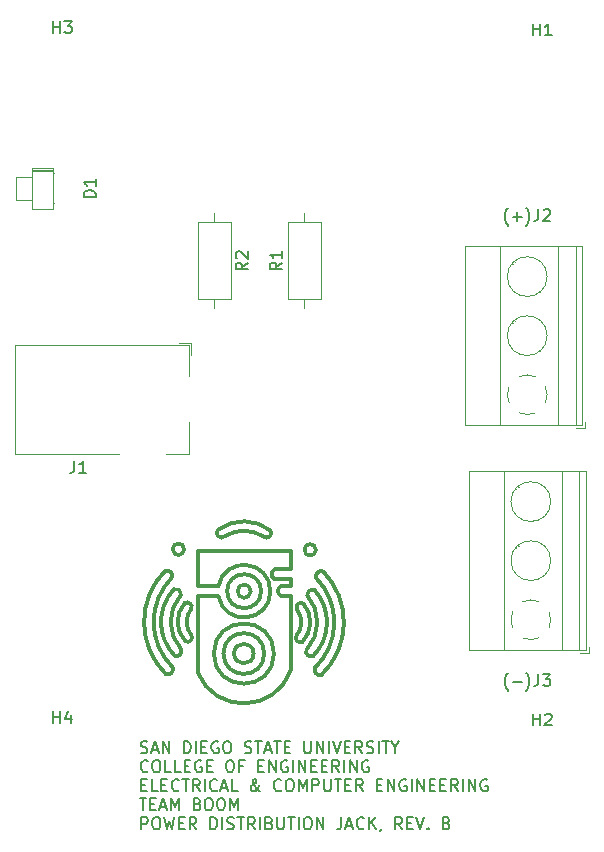
<source format=gbr>
%TF.GenerationSoftware,KiCad,Pcbnew,8.0.6*%
%TF.CreationDate,2024-11-12T22:05:41-08:00*%
%TF.ProjectId,PD Jack_RevA,5044204a-6163-46b5-9f52-6576412e6b69,rev?*%
%TF.SameCoordinates,Original*%
%TF.FileFunction,Legend,Top*%
%TF.FilePolarity,Positive*%
%FSLAX46Y46*%
G04 Gerber Fmt 4.6, Leading zero omitted, Abs format (unit mm)*
G04 Created by KiCad (PCBNEW 8.0.6) date 2024-11-12 22:05:41*
%MOMM*%
%LPD*%
G01*
G04 APERTURE LIST*
%ADD10C,0.300000*%
%ADD11C,0.150000*%
%ADD12C,0.120000*%
G04 APERTURE END LIST*
D10*
X142449292Y-113762788D02*
X143820381Y-113762788D01*
X142449292Y-114595736D02*
G75*
G02*
X142449322Y-113762849I202908J416436D01*
G01*
X137679027Y-115188292D02*
X135929552Y-115188292D01*
X141559879Y-120894364D02*
G75*
G02*
X138113937Y-120894364I-1722971J0D01*
G01*
X138113937Y-120894364D02*
G75*
G02*
X141559879Y-120894364I1722971J0D01*
G01*
X140667709Y-120894364D02*
G75*
G02*
X139006107Y-120894364I-830801J0D01*
G01*
X139006107Y-120894364D02*
G75*
G02*
X140667709Y-120894364I830801J0D01*
G01*
X145933849Y-112111801D02*
G75*
G02*
X144966095Y-112111801I-483877J0D01*
G01*
X144966095Y-112111801D02*
G75*
G02*
X145933849Y-112111801I483877J0D01*
G01*
X133180580Y-113880304D02*
G75*
G02*
X133756377Y-114452434I154920J-419896D01*
G01*
X142383533Y-120894364D02*
G75*
G02*
X137290283Y-120894364I-2546625J0D01*
G01*
X137290283Y-120894364D02*
G75*
G02*
X142383533Y-120894364I2546625J0D01*
G01*
X138224505Y-110953755D02*
G75*
G02*
X137658773Y-110395566I-282905J279055D01*
G01*
X137658791Y-110395584D02*
G75*
G02*
X142082980Y-110468056I2163909J-2977816D01*
G01*
X145198960Y-115947659D02*
G75*
G02*
X145795436Y-115484732I432740J58159D01*
G01*
X135929552Y-112170782D02*
X143820381Y-112170782D01*
X143820381Y-115183266D02*
X142988158Y-115183266D01*
X142449292Y-114595736D02*
X143820381Y-114595736D01*
X135929552Y-122490542D02*
X135929552Y-116037225D01*
X145795438Y-115484728D02*
G75*
G02*
X145693683Y-121119695I-3001498J-2764202D01*
G01*
X144327898Y-117159331D02*
G75*
G02*
X144296542Y-119381338I-1399998J-1091469D01*
G01*
X135390686Y-119342451D02*
G75*
G02*
X135378690Y-117120297I1378514J1118551D01*
G01*
X141293838Y-115612661D02*
G75*
G02*
X138426062Y-115612661I-1433888J0D01*
G01*
X138426062Y-115612661D02*
G75*
G02*
X141293838Y-115612661I1433888J0D01*
G01*
X143820381Y-113762788D02*
X142449292Y-113762788D01*
X144784362Y-119911872D02*
G75*
G02*
X144296508Y-119381308I-168462J334672D01*
G01*
X145198960Y-115947659D02*
G75*
G02*
X145147756Y-120578189I-2614160J-2286641D01*
G01*
X143820381Y-114595736D02*
X143820381Y-115183266D01*
X133925805Y-115432944D02*
G75*
G02*
X134518188Y-115901057I160195J-406156D01*
G01*
X134529041Y-120531844D02*
G75*
G02*
X133978367Y-121068629I-380941J-160056D01*
G01*
X143820381Y-116016214D02*
X143820381Y-122289768D01*
X142082966Y-110468074D02*
G75*
G02*
X141509972Y-110990033I-319066J-225226D01*
G01*
X145693687Y-121119699D02*
G75*
G02*
X145147764Y-120578183I-166487J378099D01*
G01*
X137679027Y-115188292D02*
G75*
G02*
X137679050Y-116037228I2180873J-424408D01*
G01*
X146419415Y-122691634D02*
G75*
G02*
X145856416Y-122106953I-152315J416734D01*
G01*
X142988158Y-116016214D02*
X143820381Y-116016214D01*
X133807095Y-122054366D02*
G75*
G02*
X133238965Y-122634142I-412295J-164234D01*
G01*
X144327898Y-117159331D02*
G75*
G02*
X144876422Y-116659118I344002J173631D01*
G01*
X145973402Y-114505738D02*
G75*
G02*
X145856365Y-122106930I-3832842J-3742482D01*
G01*
X133807095Y-122054366D02*
G75*
G02*
X133756385Y-114452434I3749335J3826146D01*
G01*
X133238969Y-122634131D02*
G75*
G02*
X133180575Y-113880299I4317461J4405911D01*
G01*
X135929552Y-115188292D02*
X135929552Y-112170782D01*
X143820381Y-122289768D02*
G75*
G02*
X135929537Y-122490548I-3983481J1395368D01*
G01*
X146554182Y-113938650D02*
G75*
G02*
X146419411Y-122691630I-4413622J-4309570D01*
G01*
X142449292Y-114595736D02*
X143820381Y-114595736D01*
X144876462Y-116659053D02*
G75*
G02*
X144784353Y-119911864I-1813862J-1576347D01*
G01*
X135390686Y-119342451D02*
G75*
G02*
X134898186Y-119868796I-321086J-193149D01*
G01*
X140418468Y-115612661D02*
G75*
G02*
X139301432Y-115612661I-558518J0D01*
G01*
X139301432Y-115612661D02*
G75*
G02*
X140418468Y-115612661I558518J0D01*
G01*
X134784565Y-112063160D02*
G75*
G02*
X133816811Y-112063160I-483877J0D01*
G01*
X133816811Y-112063160D02*
G75*
G02*
X134784565Y-112063160I483877J0D01*
G01*
X135929552Y-116037225D02*
X137679065Y-116037225D01*
X143820381Y-112170782D02*
X143820381Y-113762788D01*
X134898214Y-119868741D02*
G75*
G02*
X134834537Y-116615275I1736386J1661341D01*
G01*
X134529041Y-120531844D02*
G75*
G02*
X134518217Y-115901058I2583359J2321444D01*
G01*
X133978385Y-121068588D02*
G75*
G02*
X133925801Y-115432941I2924695J2845358D01*
G01*
X134834500Y-116615242D02*
G75*
G02*
X135378660Y-117120278I201600J-328458D01*
G01*
X142988158Y-116016214D02*
G75*
G02*
X142988127Y-115183201I202742J416514D01*
G01*
X145973402Y-114505738D02*
G75*
G02*
X146554174Y-113938671I422098J148638D01*
G01*
X138224505Y-110953755D02*
G75*
G02*
X141509976Y-110990038I1613995J-2620645D01*
G01*
D11*
X131099160Y-129272424D02*
X131242017Y-129320043D01*
X131242017Y-129320043D02*
X131480112Y-129320043D01*
X131480112Y-129320043D02*
X131575350Y-129272424D01*
X131575350Y-129272424D02*
X131622969Y-129224804D01*
X131622969Y-129224804D02*
X131670588Y-129129566D01*
X131670588Y-129129566D02*
X131670588Y-129034328D01*
X131670588Y-129034328D02*
X131622969Y-128939090D01*
X131622969Y-128939090D02*
X131575350Y-128891471D01*
X131575350Y-128891471D02*
X131480112Y-128843852D01*
X131480112Y-128843852D02*
X131289636Y-128796233D01*
X131289636Y-128796233D02*
X131194398Y-128748614D01*
X131194398Y-128748614D02*
X131146779Y-128700995D01*
X131146779Y-128700995D02*
X131099160Y-128605757D01*
X131099160Y-128605757D02*
X131099160Y-128510519D01*
X131099160Y-128510519D02*
X131146779Y-128415281D01*
X131146779Y-128415281D02*
X131194398Y-128367662D01*
X131194398Y-128367662D02*
X131289636Y-128320043D01*
X131289636Y-128320043D02*
X131527731Y-128320043D01*
X131527731Y-128320043D02*
X131670588Y-128367662D01*
X132051541Y-129034328D02*
X132527731Y-129034328D01*
X131956303Y-129320043D02*
X132289636Y-128320043D01*
X132289636Y-128320043D02*
X132622969Y-129320043D01*
X132956303Y-129320043D02*
X132956303Y-128320043D01*
X132956303Y-128320043D02*
X133527731Y-129320043D01*
X133527731Y-129320043D02*
X133527731Y-128320043D01*
X134765827Y-129320043D02*
X134765827Y-128320043D01*
X134765827Y-128320043D02*
X135003922Y-128320043D01*
X135003922Y-128320043D02*
X135146779Y-128367662D01*
X135146779Y-128367662D02*
X135242017Y-128462900D01*
X135242017Y-128462900D02*
X135289636Y-128558138D01*
X135289636Y-128558138D02*
X135337255Y-128748614D01*
X135337255Y-128748614D02*
X135337255Y-128891471D01*
X135337255Y-128891471D02*
X135289636Y-129081947D01*
X135289636Y-129081947D02*
X135242017Y-129177185D01*
X135242017Y-129177185D02*
X135146779Y-129272424D01*
X135146779Y-129272424D02*
X135003922Y-129320043D01*
X135003922Y-129320043D02*
X134765827Y-129320043D01*
X135765827Y-129320043D02*
X135765827Y-128320043D01*
X136242017Y-128796233D02*
X136575350Y-128796233D01*
X136718207Y-129320043D02*
X136242017Y-129320043D01*
X136242017Y-129320043D02*
X136242017Y-128320043D01*
X136242017Y-128320043D02*
X136718207Y-128320043D01*
X137670588Y-128367662D02*
X137575350Y-128320043D01*
X137575350Y-128320043D02*
X137432493Y-128320043D01*
X137432493Y-128320043D02*
X137289636Y-128367662D01*
X137289636Y-128367662D02*
X137194398Y-128462900D01*
X137194398Y-128462900D02*
X137146779Y-128558138D01*
X137146779Y-128558138D02*
X137099160Y-128748614D01*
X137099160Y-128748614D02*
X137099160Y-128891471D01*
X137099160Y-128891471D02*
X137146779Y-129081947D01*
X137146779Y-129081947D02*
X137194398Y-129177185D01*
X137194398Y-129177185D02*
X137289636Y-129272424D01*
X137289636Y-129272424D02*
X137432493Y-129320043D01*
X137432493Y-129320043D02*
X137527731Y-129320043D01*
X137527731Y-129320043D02*
X137670588Y-129272424D01*
X137670588Y-129272424D02*
X137718207Y-129224804D01*
X137718207Y-129224804D02*
X137718207Y-128891471D01*
X137718207Y-128891471D02*
X137527731Y-128891471D01*
X138337255Y-128320043D02*
X138527731Y-128320043D01*
X138527731Y-128320043D02*
X138622969Y-128367662D01*
X138622969Y-128367662D02*
X138718207Y-128462900D01*
X138718207Y-128462900D02*
X138765826Y-128653376D01*
X138765826Y-128653376D02*
X138765826Y-128986709D01*
X138765826Y-128986709D02*
X138718207Y-129177185D01*
X138718207Y-129177185D02*
X138622969Y-129272424D01*
X138622969Y-129272424D02*
X138527731Y-129320043D01*
X138527731Y-129320043D02*
X138337255Y-129320043D01*
X138337255Y-129320043D02*
X138242017Y-129272424D01*
X138242017Y-129272424D02*
X138146779Y-129177185D01*
X138146779Y-129177185D02*
X138099160Y-128986709D01*
X138099160Y-128986709D02*
X138099160Y-128653376D01*
X138099160Y-128653376D02*
X138146779Y-128462900D01*
X138146779Y-128462900D02*
X138242017Y-128367662D01*
X138242017Y-128367662D02*
X138337255Y-128320043D01*
X139908684Y-129272424D02*
X140051541Y-129320043D01*
X140051541Y-129320043D02*
X140289636Y-129320043D01*
X140289636Y-129320043D02*
X140384874Y-129272424D01*
X140384874Y-129272424D02*
X140432493Y-129224804D01*
X140432493Y-129224804D02*
X140480112Y-129129566D01*
X140480112Y-129129566D02*
X140480112Y-129034328D01*
X140480112Y-129034328D02*
X140432493Y-128939090D01*
X140432493Y-128939090D02*
X140384874Y-128891471D01*
X140384874Y-128891471D02*
X140289636Y-128843852D01*
X140289636Y-128843852D02*
X140099160Y-128796233D01*
X140099160Y-128796233D02*
X140003922Y-128748614D01*
X140003922Y-128748614D02*
X139956303Y-128700995D01*
X139956303Y-128700995D02*
X139908684Y-128605757D01*
X139908684Y-128605757D02*
X139908684Y-128510519D01*
X139908684Y-128510519D02*
X139956303Y-128415281D01*
X139956303Y-128415281D02*
X140003922Y-128367662D01*
X140003922Y-128367662D02*
X140099160Y-128320043D01*
X140099160Y-128320043D02*
X140337255Y-128320043D01*
X140337255Y-128320043D02*
X140480112Y-128367662D01*
X140765827Y-128320043D02*
X141337255Y-128320043D01*
X141051541Y-129320043D02*
X141051541Y-128320043D01*
X141622970Y-129034328D02*
X142099160Y-129034328D01*
X141527732Y-129320043D02*
X141861065Y-128320043D01*
X141861065Y-128320043D02*
X142194398Y-129320043D01*
X142384875Y-128320043D02*
X142956303Y-128320043D01*
X142670589Y-129320043D02*
X142670589Y-128320043D01*
X143289637Y-128796233D02*
X143622970Y-128796233D01*
X143765827Y-129320043D02*
X143289637Y-129320043D01*
X143289637Y-129320043D02*
X143289637Y-128320043D01*
X143289637Y-128320043D02*
X143765827Y-128320043D01*
X144956304Y-128320043D02*
X144956304Y-129129566D01*
X144956304Y-129129566D02*
X145003923Y-129224804D01*
X145003923Y-129224804D02*
X145051542Y-129272424D01*
X145051542Y-129272424D02*
X145146780Y-129320043D01*
X145146780Y-129320043D02*
X145337256Y-129320043D01*
X145337256Y-129320043D02*
X145432494Y-129272424D01*
X145432494Y-129272424D02*
X145480113Y-129224804D01*
X145480113Y-129224804D02*
X145527732Y-129129566D01*
X145527732Y-129129566D02*
X145527732Y-128320043D01*
X146003923Y-129320043D02*
X146003923Y-128320043D01*
X146003923Y-128320043D02*
X146575351Y-129320043D01*
X146575351Y-129320043D02*
X146575351Y-128320043D01*
X147051542Y-129320043D02*
X147051542Y-128320043D01*
X147384875Y-128320043D02*
X147718208Y-129320043D01*
X147718208Y-129320043D02*
X148051541Y-128320043D01*
X148384875Y-128796233D02*
X148718208Y-128796233D01*
X148861065Y-129320043D02*
X148384875Y-129320043D01*
X148384875Y-129320043D02*
X148384875Y-128320043D01*
X148384875Y-128320043D02*
X148861065Y-128320043D01*
X149861065Y-129320043D02*
X149527732Y-128843852D01*
X149289637Y-129320043D02*
X149289637Y-128320043D01*
X149289637Y-128320043D02*
X149670589Y-128320043D01*
X149670589Y-128320043D02*
X149765827Y-128367662D01*
X149765827Y-128367662D02*
X149813446Y-128415281D01*
X149813446Y-128415281D02*
X149861065Y-128510519D01*
X149861065Y-128510519D02*
X149861065Y-128653376D01*
X149861065Y-128653376D02*
X149813446Y-128748614D01*
X149813446Y-128748614D02*
X149765827Y-128796233D01*
X149765827Y-128796233D02*
X149670589Y-128843852D01*
X149670589Y-128843852D02*
X149289637Y-128843852D01*
X150242018Y-129272424D02*
X150384875Y-129320043D01*
X150384875Y-129320043D02*
X150622970Y-129320043D01*
X150622970Y-129320043D02*
X150718208Y-129272424D01*
X150718208Y-129272424D02*
X150765827Y-129224804D01*
X150765827Y-129224804D02*
X150813446Y-129129566D01*
X150813446Y-129129566D02*
X150813446Y-129034328D01*
X150813446Y-129034328D02*
X150765827Y-128939090D01*
X150765827Y-128939090D02*
X150718208Y-128891471D01*
X150718208Y-128891471D02*
X150622970Y-128843852D01*
X150622970Y-128843852D02*
X150432494Y-128796233D01*
X150432494Y-128796233D02*
X150337256Y-128748614D01*
X150337256Y-128748614D02*
X150289637Y-128700995D01*
X150289637Y-128700995D02*
X150242018Y-128605757D01*
X150242018Y-128605757D02*
X150242018Y-128510519D01*
X150242018Y-128510519D02*
X150289637Y-128415281D01*
X150289637Y-128415281D02*
X150337256Y-128367662D01*
X150337256Y-128367662D02*
X150432494Y-128320043D01*
X150432494Y-128320043D02*
X150670589Y-128320043D01*
X150670589Y-128320043D02*
X150813446Y-128367662D01*
X151242018Y-129320043D02*
X151242018Y-128320043D01*
X151575351Y-128320043D02*
X152146779Y-128320043D01*
X151861065Y-129320043D02*
X151861065Y-128320043D01*
X152670589Y-128843852D02*
X152670589Y-129320043D01*
X152337256Y-128320043D02*
X152670589Y-128843852D01*
X152670589Y-128843852D02*
X153003922Y-128320043D01*
X131718207Y-130834748D02*
X131670588Y-130882368D01*
X131670588Y-130882368D02*
X131527731Y-130929987D01*
X131527731Y-130929987D02*
X131432493Y-130929987D01*
X131432493Y-130929987D02*
X131289636Y-130882368D01*
X131289636Y-130882368D02*
X131194398Y-130787129D01*
X131194398Y-130787129D02*
X131146779Y-130691891D01*
X131146779Y-130691891D02*
X131099160Y-130501415D01*
X131099160Y-130501415D02*
X131099160Y-130358558D01*
X131099160Y-130358558D02*
X131146779Y-130168082D01*
X131146779Y-130168082D02*
X131194398Y-130072844D01*
X131194398Y-130072844D02*
X131289636Y-129977606D01*
X131289636Y-129977606D02*
X131432493Y-129929987D01*
X131432493Y-129929987D02*
X131527731Y-129929987D01*
X131527731Y-129929987D02*
X131670588Y-129977606D01*
X131670588Y-129977606D02*
X131718207Y-130025225D01*
X132337255Y-129929987D02*
X132527731Y-129929987D01*
X132527731Y-129929987D02*
X132622969Y-129977606D01*
X132622969Y-129977606D02*
X132718207Y-130072844D01*
X132718207Y-130072844D02*
X132765826Y-130263320D01*
X132765826Y-130263320D02*
X132765826Y-130596653D01*
X132765826Y-130596653D02*
X132718207Y-130787129D01*
X132718207Y-130787129D02*
X132622969Y-130882368D01*
X132622969Y-130882368D02*
X132527731Y-130929987D01*
X132527731Y-130929987D02*
X132337255Y-130929987D01*
X132337255Y-130929987D02*
X132242017Y-130882368D01*
X132242017Y-130882368D02*
X132146779Y-130787129D01*
X132146779Y-130787129D02*
X132099160Y-130596653D01*
X132099160Y-130596653D02*
X132099160Y-130263320D01*
X132099160Y-130263320D02*
X132146779Y-130072844D01*
X132146779Y-130072844D02*
X132242017Y-129977606D01*
X132242017Y-129977606D02*
X132337255Y-129929987D01*
X133670588Y-130929987D02*
X133194398Y-130929987D01*
X133194398Y-130929987D02*
X133194398Y-129929987D01*
X134480112Y-130929987D02*
X134003922Y-130929987D01*
X134003922Y-130929987D02*
X134003922Y-129929987D01*
X134813446Y-130406177D02*
X135146779Y-130406177D01*
X135289636Y-130929987D02*
X134813446Y-130929987D01*
X134813446Y-130929987D02*
X134813446Y-129929987D01*
X134813446Y-129929987D02*
X135289636Y-129929987D01*
X136242017Y-129977606D02*
X136146779Y-129929987D01*
X136146779Y-129929987D02*
X136003922Y-129929987D01*
X136003922Y-129929987D02*
X135861065Y-129977606D01*
X135861065Y-129977606D02*
X135765827Y-130072844D01*
X135765827Y-130072844D02*
X135718208Y-130168082D01*
X135718208Y-130168082D02*
X135670589Y-130358558D01*
X135670589Y-130358558D02*
X135670589Y-130501415D01*
X135670589Y-130501415D02*
X135718208Y-130691891D01*
X135718208Y-130691891D02*
X135765827Y-130787129D01*
X135765827Y-130787129D02*
X135861065Y-130882368D01*
X135861065Y-130882368D02*
X136003922Y-130929987D01*
X136003922Y-130929987D02*
X136099160Y-130929987D01*
X136099160Y-130929987D02*
X136242017Y-130882368D01*
X136242017Y-130882368D02*
X136289636Y-130834748D01*
X136289636Y-130834748D02*
X136289636Y-130501415D01*
X136289636Y-130501415D02*
X136099160Y-130501415D01*
X136718208Y-130406177D02*
X137051541Y-130406177D01*
X137194398Y-130929987D02*
X136718208Y-130929987D01*
X136718208Y-130929987D02*
X136718208Y-129929987D01*
X136718208Y-129929987D02*
X137194398Y-129929987D01*
X138575351Y-129929987D02*
X138765827Y-129929987D01*
X138765827Y-129929987D02*
X138861065Y-129977606D01*
X138861065Y-129977606D02*
X138956303Y-130072844D01*
X138956303Y-130072844D02*
X139003922Y-130263320D01*
X139003922Y-130263320D02*
X139003922Y-130596653D01*
X139003922Y-130596653D02*
X138956303Y-130787129D01*
X138956303Y-130787129D02*
X138861065Y-130882368D01*
X138861065Y-130882368D02*
X138765827Y-130929987D01*
X138765827Y-130929987D02*
X138575351Y-130929987D01*
X138575351Y-130929987D02*
X138480113Y-130882368D01*
X138480113Y-130882368D02*
X138384875Y-130787129D01*
X138384875Y-130787129D02*
X138337256Y-130596653D01*
X138337256Y-130596653D02*
X138337256Y-130263320D01*
X138337256Y-130263320D02*
X138384875Y-130072844D01*
X138384875Y-130072844D02*
X138480113Y-129977606D01*
X138480113Y-129977606D02*
X138575351Y-129929987D01*
X139765827Y-130406177D02*
X139432494Y-130406177D01*
X139432494Y-130929987D02*
X139432494Y-129929987D01*
X139432494Y-129929987D02*
X139908684Y-129929987D01*
X141051542Y-130406177D02*
X141384875Y-130406177D01*
X141527732Y-130929987D02*
X141051542Y-130929987D01*
X141051542Y-130929987D02*
X141051542Y-129929987D01*
X141051542Y-129929987D02*
X141527732Y-129929987D01*
X141956304Y-130929987D02*
X141956304Y-129929987D01*
X141956304Y-129929987D02*
X142527732Y-130929987D01*
X142527732Y-130929987D02*
X142527732Y-129929987D01*
X143527732Y-129977606D02*
X143432494Y-129929987D01*
X143432494Y-129929987D02*
X143289637Y-129929987D01*
X143289637Y-129929987D02*
X143146780Y-129977606D01*
X143146780Y-129977606D02*
X143051542Y-130072844D01*
X143051542Y-130072844D02*
X143003923Y-130168082D01*
X143003923Y-130168082D02*
X142956304Y-130358558D01*
X142956304Y-130358558D02*
X142956304Y-130501415D01*
X142956304Y-130501415D02*
X143003923Y-130691891D01*
X143003923Y-130691891D02*
X143051542Y-130787129D01*
X143051542Y-130787129D02*
X143146780Y-130882368D01*
X143146780Y-130882368D02*
X143289637Y-130929987D01*
X143289637Y-130929987D02*
X143384875Y-130929987D01*
X143384875Y-130929987D02*
X143527732Y-130882368D01*
X143527732Y-130882368D02*
X143575351Y-130834748D01*
X143575351Y-130834748D02*
X143575351Y-130501415D01*
X143575351Y-130501415D02*
X143384875Y-130501415D01*
X144003923Y-130929987D02*
X144003923Y-129929987D01*
X144480113Y-130929987D02*
X144480113Y-129929987D01*
X144480113Y-129929987D02*
X145051541Y-130929987D01*
X145051541Y-130929987D02*
X145051541Y-129929987D01*
X145527732Y-130406177D02*
X145861065Y-130406177D01*
X146003922Y-130929987D02*
X145527732Y-130929987D01*
X145527732Y-130929987D02*
X145527732Y-129929987D01*
X145527732Y-129929987D02*
X146003922Y-129929987D01*
X146432494Y-130406177D02*
X146765827Y-130406177D01*
X146908684Y-130929987D02*
X146432494Y-130929987D01*
X146432494Y-130929987D02*
X146432494Y-129929987D01*
X146432494Y-129929987D02*
X146908684Y-129929987D01*
X147908684Y-130929987D02*
X147575351Y-130453796D01*
X147337256Y-130929987D02*
X147337256Y-129929987D01*
X147337256Y-129929987D02*
X147718208Y-129929987D01*
X147718208Y-129929987D02*
X147813446Y-129977606D01*
X147813446Y-129977606D02*
X147861065Y-130025225D01*
X147861065Y-130025225D02*
X147908684Y-130120463D01*
X147908684Y-130120463D02*
X147908684Y-130263320D01*
X147908684Y-130263320D02*
X147861065Y-130358558D01*
X147861065Y-130358558D02*
X147813446Y-130406177D01*
X147813446Y-130406177D02*
X147718208Y-130453796D01*
X147718208Y-130453796D02*
X147337256Y-130453796D01*
X148337256Y-130929987D02*
X148337256Y-129929987D01*
X148813446Y-130929987D02*
X148813446Y-129929987D01*
X148813446Y-129929987D02*
X149384874Y-130929987D01*
X149384874Y-130929987D02*
X149384874Y-129929987D01*
X150384874Y-129977606D02*
X150289636Y-129929987D01*
X150289636Y-129929987D02*
X150146779Y-129929987D01*
X150146779Y-129929987D02*
X150003922Y-129977606D01*
X150003922Y-129977606D02*
X149908684Y-130072844D01*
X149908684Y-130072844D02*
X149861065Y-130168082D01*
X149861065Y-130168082D02*
X149813446Y-130358558D01*
X149813446Y-130358558D02*
X149813446Y-130501415D01*
X149813446Y-130501415D02*
X149861065Y-130691891D01*
X149861065Y-130691891D02*
X149908684Y-130787129D01*
X149908684Y-130787129D02*
X150003922Y-130882368D01*
X150003922Y-130882368D02*
X150146779Y-130929987D01*
X150146779Y-130929987D02*
X150242017Y-130929987D01*
X150242017Y-130929987D02*
X150384874Y-130882368D01*
X150384874Y-130882368D02*
X150432493Y-130834748D01*
X150432493Y-130834748D02*
X150432493Y-130501415D01*
X150432493Y-130501415D02*
X150242017Y-130501415D01*
X131146779Y-132016121D02*
X131480112Y-132016121D01*
X131622969Y-132539931D02*
X131146779Y-132539931D01*
X131146779Y-132539931D02*
X131146779Y-131539931D01*
X131146779Y-131539931D02*
X131622969Y-131539931D01*
X132527731Y-132539931D02*
X132051541Y-132539931D01*
X132051541Y-132539931D02*
X132051541Y-131539931D01*
X132861065Y-132016121D02*
X133194398Y-132016121D01*
X133337255Y-132539931D02*
X132861065Y-132539931D01*
X132861065Y-132539931D02*
X132861065Y-131539931D01*
X132861065Y-131539931D02*
X133337255Y-131539931D01*
X134337255Y-132444692D02*
X134289636Y-132492312D01*
X134289636Y-132492312D02*
X134146779Y-132539931D01*
X134146779Y-132539931D02*
X134051541Y-132539931D01*
X134051541Y-132539931D02*
X133908684Y-132492312D01*
X133908684Y-132492312D02*
X133813446Y-132397073D01*
X133813446Y-132397073D02*
X133765827Y-132301835D01*
X133765827Y-132301835D02*
X133718208Y-132111359D01*
X133718208Y-132111359D02*
X133718208Y-131968502D01*
X133718208Y-131968502D02*
X133765827Y-131778026D01*
X133765827Y-131778026D02*
X133813446Y-131682788D01*
X133813446Y-131682788D02*
X133908684Y-131587550D01*
X133908684Y-131587550D02*
X134051541Y-131539931D01*
X134051541Y-131539931D02*
X134146779Y-131539931D01*
X134146779Y-131539931D02*
X134289636Y-131587550D01*
X134289636Y-131587550D02*
X134337255Y-131635169D01*
X134622970Y-131539931D02*
X135194398Y-131539931D01*
X134908684Y-132539931D02*
X134908684Y-131539931D01*
X136099160Y-132539931D02*
X135765827Y-132063740D01*
X135527732Y-132539931D02*
X135527732Y-131539931D01*
X135527732Y-131539931D02*
X135908684Y-131539931D01*
X135908684Y-131539931D02*
X136003922Y-131587550D01*
X136003922Y-131587550D02*
X136051541Y-131635169D01*
X136051541Y-131635169D02*
X136099160Y-131730407D01*
X136099160Y-131730407D02*
X136099160Y-131873264D01*
X136099160Y-131873264D02*
X136051541Y-131968502D01*
X136051541Y-131968502D02*
X136003922Y-132016121D01*
X136003922Y-132016121D02*
X135908684Y-132063740D01*
X135908684Y-132063740D02*
X135527732Y-132063740D01*
X136527732Y-132539931D02*
X136527732Y-131539931D01*
X137575350Y-132444692D02*
X137527731Y-132492312D01*
X137527731Y-132492312D02*
X137384874Y-132539931D01*
X137384874Y-132539931D02*
X137289636Y-132539931D01*
X137289636Y-132539931D02*
X137146779Y-132492312D01*
X137146779Y-132492312D02*
X137051541Y-132397073D01*
X137051541Y-132397073D02*
X137003922Y-132301835D01*
X137003922Y-132301835D02*
X136956303Y-132111359D01*
X136956303Y-132111359D02*
X136956303Y-131968502D01*
X136956303Y-131968502D02*
X137003922Y-131778026D01*
X137003922Y-131778026D02*
X137051541Y-131682788D01*
X137051541Y-131682788D02*
X137146779Y-131587550D01*
X137146779Y-131587550D02*
X137289636Y-131539931D01*
X137289636Y-131539931D02*
X137384874Y-131539931D01*
X137384874Y-131539931D02*
X137527731Y-131587550D01*
X137527731Y-131587550D02*
X137575350Y-131635169D01*
X137956303Y-132254216D02*
X138432493Y-132254216D01*
X137861065Y-132539931D02*
X138194398Y-131539931D01*
X138194398Y-131539931D02*
X138527731Y-132539931D01*
X139337255Y-132539931D02*
X138861065Y-132539931D01*
X138861065Y-132539931D02*
X138861065Y-131539931D01*
X141242018Y-132539931D02*
X141194399Y-132539931D01*
X141194399Y-132539931D02*
X141099160Y-132492312D01*
X141099160Y-132492312D02*
X140956303Y-132349454D01*
X140956303Y-132349454D02*
X140718208Y-132063740D01*
X140718208Y-132063740D02*
X140622970Y-131920883D01*
X140622970Y-131920883D02*
X140575351Y-131778026D01*
X140575351Y-131778026D02*
X140575351Y-131682788D01*
X140575351Y-131682788D02*
X140622970Y-131587550D01*
X140622970Y-131587550D02*
X140718208Y-131539931D01*
X140718208Y-131539931D02*
X140765827Y-131539931D01*
X140765827Y-131539931D02*
X140861065Y-131587550D01*
X140861065Y-131587550D02*
X140908684Y-131682788D01*
X140908684Y-131682788D02*
X140908684Y-131730407D01*
X140908684Y-131730407D02*
X140861065Y-131825645D01*
X140861065Y-131825645D02*
X140813446Y-131873264D01*
X140813446Y-131873264D02*
X140527732Y-132063740D01*
X140527732Y-132063740D02*
X140480113Y-132111359D01*
X140480113Y-132111359D02*
X140432494Y-132206597D01*
X140432494Y-132206597D02*
X140432494Y-132349454D01*
X140432494Y-132349454D02*
X140480113Y-132444692D01*
X140480113Y-132444692D02*
X140527732Y-132492312D01*
X140527732Y-132492312D02*
X140622970Y-132539931D01*
X140622970Y-132539931D02*
X140765827Y-132539931D01*
X140765827Y-132539931D02*
X140861065Y-132492312D01*
X140861065Y-132492312D02*
X140908684Y-132444692D01*
X140908684Y-132444692D02*
X141051541Y-132254216D01*
X141051541Y-132254216D02*
X141099160Y-132111359D01*
X141099160Y-132111359D02*
X141099160Y-132016121D01*
X143003922Y-132444692D02*
X142956303Y-132492312D01*
X142956303Y-132492312D02*
X142813446Y-132539931D01*
X142813446Y-132539931D02*
X142718208Y-132539931D01*
X142718208Y-132539931D02*
X142575351Y-132492312D01*
X142575351Y-132492312D02*
X142480113Y-132397073D01*
X142480113Y-132397073D02*
X142432494Y-132301835D01*
X142432494Y-132301835D02*
X142384875Y-132111359D01*
X142384875Y-132111359D02*
X142384875Y-131968502D01*
X142384875Y-131968502D02*
X142432494Y-131778026D01*
X142432494Y-131778026D02*
X142480113Y-131682788D01*
X142480113Y-131682788D02*
X142575351Y-131587550D01*
X142575351Y-131587550D02*
X142718208Y-131539931D01*
X142718208Y-131539931D02*
X142813446Y-131539931D01*
X142813446Y-131539931D02*
X142956303Y-131587550D01*
X142956303Y-131587550D02*
X143003922Y-131635169D01*
X143622970Y-131539931D02*
X143813446Y-131539931D01*
X143813446Y-131539931D02*
X143908684Y-131587550D01*
X143908684Y-131587550D02*
X144003922Y-131682788D01*
X144003922Y-131682788D02*
X144051541Y-131873264D01*
X144051541Y-131873264D02*
X144051541Y-132206597D01*
X144051541Y-132206597D02*
X144003922Y-132397073D01*
X144003922Y-132397073D02*
X143908684Y-132492312D01*
X143908684Y-132492312D02*
X143813446Y-132539931D01*
X143813446Y-132539931D02*
X143622970Y-132539931D01*
X143622970Y-132539931D02*
X143527732Y-132492312D01*
X143527732Y-132492312D02*
X143432494Y-132397073D01*
X143432494Y-132397073D02*
X143384875Y-132206597D01*
X143384875Y-132206597D02*
X143384875Y-131873264D01*
X143384875Y-131873264D02*
X143432494Y-131682788D01*
X143432494Y-131682788D02*
X143527732Y-131587550D01*
X143527732Y-131587550D02*
X143622970Y-131539931D01*
X144480113Y-132539931D02*
X144480113Y-131539931D01*
X144480113Y-131539931D02*
X144813446Y-132254216D01*
X144813446Y-132254216D02*
X145146779Y-131539931D01*
X145146779Y-131539931D02*
X145146779Y-132539931D01*
X145622970Y-132539931D02*
X145622970Y-131539931D01*
X145622970Y-131539931D02*
X146003922Y-131539931D01*
X146003922Y-131539931D02*
X146099160Y-131587550D01*
X146099160Y-131587550D02*
X146146779Y-131635169D01*
X146146779Y-131635169D02*
X146194398Y-131730407D01*
X146194398Y-131730407D02*
X146194398Y-131873264D01*
X146194398Y-131873264D02*
X146146779Y-131968502D01*
X146146779Y-131968502D02*
X146099160Y-132016121D01*
X146099160Y-132016121D02*
X146003922Y-132063740D01*
X146003922Y-132063740D02*
X145622970Y-132063740D01*
X146622970Y-131539931D02*
X146622970Y-132349454D01*
X146622970Y-132349454D02*
X146670589Y-132444692D01*
X146670589Y-132444692D02*
X146718208Y-132492312D01*
X146718208Y-132492312D02*
X146813446Y-132539931D01*
X146813446Y-132539931D02*
X147003922Y-132539931D01*
X147003922Y-132539931D02*
X147099160Y-132492312D01*
X147099160Y-132492312D02*
X147146779Y-132444692D01*
X147146779Y-132444692D02*
X147194398Y-132349454D01*
X147194398Y-132349454D02*
X147194398Y-131539931D01*
X147527732Y-131539931D02*
X148099160Y-131539931D01*
X147813446Y-132539931D02*
X147813446Y-131539931D01*
X148432494Y-132016121D02*
X148765827Y-132016121D01*
X148908684Y-132539931D02*
X148432494Y-132539931D01*
X148432494Y-132539931D02*
X148432494Y-131539931D01*
X148432494Y-131539931D02*
X148908684Y-131539931D01*
X149908684Y-132539931D02*
X149575351Y-132063740D01*
X149337256Y-132539931D02*
X149337256Y-131539931D01*
X149337256Y-131539931D02*
X149718208Y-131539931D01*
X149718208Y-131539931D02*
X149813446Y-131587550D01*
X149813446Y-131587550D02*
X149861065Y-131635169D01*
X149861065Y-131635169D02*
X149908684Y-131730407D01*
X149908684Y-131730407D02*
X149908684Y-131873264D01*
X149908684Y-131873264D02*
X149861065Y-131968502D01*
X149861065Y-131968502D02*
X149813446Y-132016121D01*
X149813446Y-132016121D02*
X149718208Y-132063740D01*
X149718208Y-132063740D02*
X149337256Y-132063740D01*
X151099161Y-132016121D02*
X151432494Y-132016121D01*
X151575351Y-132539931D02*
X151099161Y-132539931D01*
X151099161Y-132539931D02*
X151099161Y-131539931D01*
X151099161Y-131539931D02*
X151575351Y-131539931D01*
X152003923Y-132539931D02*
X152003923Y-131539931D01*
X152003923Y-131539931D02*
X152575351Y-132539931D01*
X152575351Y-132539931D02*
X152575351Y-131539931D01*
X153575351Y-131587550D02*
X153480113Y-131539931D01*
X153480113Y-131539931D02*
X153337256Y-131539931D01*
X153337256Y-131539931D02*
X153194399Y-131587550D01*
X153194399Y-131587550D02*
X153099161Y-131682788D01*
X153099161Y-131682788D02*
X153051542Y-131778026D01*
X153051542Y-131778026D02*
X153003923Y-131968502D01*
X153003923Y-131968502D02*
X153003923Y-132111359D01*
X153003923Y-132111359D02*
X153051542Y-132301835D01*
X153051542Y-132301835D02*
X153099161Y-132397073D01*
X153099161Y-132397073D02*
X153194399Y-132492312D01*
X153194399Y-132492312D02*
X153337256Y-132539931D01*
X153337256Y-132539931D02*
X153432494Y-132539931D01*
X153432494Y-132539931D02*
X153575351Y-132492312D01*
X153575351Y-132492312D02*
X153622970Y-132444692D01*
X153622970Y-132444692D02*
X153622970Y-132111359D01*
X153622970Y-132111359D02*
X153432494Y-132111359D01*
X154051542Y-132539931D02*
X154051542Y-131539931D01*
X154527732Y-132539931D02*
X154527732Y-131539931D01*
X154527732Y-131539931D02*
X155099160Y-132539931D01*
X155099160Y-132539931D02*
X155099160Y-131539931D01*
X155575351Y-132016121D02*
X155908684Y-132016121D01*
X156051541Y-132539931D02*
X155575351Y-132539931D01*
X155575351Y-132539931D02*
X155575351Y-131539931D01*
X155575351Y-131539931D02*
X156051541Y-131539931D01*
X156480113Y-132016121D02*
X156813446Y-132016121D01*
X156956303Y-132539931D02*
X156480113Y-132539931D01*
X156480113Y-132539931D02*
X156480113Y-131539931D01*
X156480113Y-131539931D02*
X156956303Y-131539931D01*
X157956303Y-132539931D02*
X157622970Y-132063740D01*
X157384875Y-132539931D02*
X157384875Y-131539931D01*
X157384875Y-131539931D02*
X157765827Y-131539931D01*
X157765827Y-131539931D02*
X157861065Y-131587550D01*
X157861065Y-131587550D02*
X157908684Y-131635169D01*
X157908684Y-131635169D02*
X157956303Y-131730407D01*
X157956303Y-131730407D02*
X157956303Y-131873264D01*
X157956303Y-131873264D02*
X157908684Y-131968502D01*
X157908684Y-131968502D02*
X157861065Y-132016121D01*
X157861065Y-132016121D02*
X157765827Y-132063740D01*
X157765827Y-132063740D02*
X157384875Y-132063740D01*
X158384875Y-132539931D02*
X158384875Y-131539931D01*
X158861065Y-132539931D02*
X158861065Y-131539931D01*
X158861065Y-131539931D02*
X159432493Y-132539931D01*
X159432493Y-132539931D02*
X159432493Y-131539931D01*
X160432493Y-131587550D02*
X160337255Y-131539931D01*
X160337255Y-131539931D02*
X160194398Y-131539931D01*
X160194398Y-131539931D02*
X160051541Y-131587550D01*
X160051541Y-131587550D02*
X159956303Y-131682788D01*
X159956303Y-131682788D02*
X159908684Y-131778026D01*
X159908684Y-131778026D02*
X159861065Y-131968502D01*
X159861065Y-131968502D02*
X159861065Y-132111359D01*
X159861065Y-132111359D02*
X159908684Y-132301835D01*
X159908684Y-132301835D02*
X159956303Y-132397073D01*
X159956303Y-132397073D02*
X160051541Y-132492312D01*
X160051541Y-132492312D02*
X160194398Y-132539931D01*
X160194398Y-132539931D02*
X160289636Y-132539931D01*
X160289636Y-132539931D02*
X160432493Y-132492312D01*
X160432493Y-132492312D02*
X160480112Y-132444692D01*
X160480112Y-132444692D02*
X160480112Y-132111359D01*
X160480112Y-132111359D02*
X160289636Y-132111359D01*
X131003922Y-133149875D02*
X131575350Y-133149875D01*
X131289636Y-134149875D02*
X131289636Y-133149875D01*
X131908684Y-133626065D02*
X132242017Y-133626065D01*
X132384874Y-134149875D02*
X131908684Y-134149875D01*
X131908684Y-134149875D02*
X131908684Y-133149875D01*
X131908684Y-133149875D02*
X132384874Y-133149875D01*
X132765827Y-133864160D02*
X133242017Y-133864160D01*
X132670589Y-134149875D02*
X133003922Y-133149875D01*
X133003922Y-133149875D02*
X133337255Y-134149875D01*
X133670589Y-134149875D02*
X133670589Y-133149875D01*
X133670589Y-133149875D02*
X134003922Y-133864160D01*
X134003922Y-133864160D02*
X134337255Y-133149875D01*
X134337255Y-133149875D02*
X134337255Y-134149875D01*
X135908684Y-133626065D02*
X136051541Y-133673684D01*
X136051541Y-133673684D02*
X136099160Y-133721303D01*
X136099160Y-133721303D02*
X136146779Y-133816541D01*
X136146779Y-133816541D02*
X136146779Y-133959398D01*
X136146779Y-133959398D02*
X136099160Y-134054636D01*
X136099160Y-134054636D02*
X136051541Y-134102256D01*
X136051541Y-134102256D02*
X135956303Y-134149875D01*
X135956303Y-134149875D02*
X135575351Y-134149875D01*
X135575351Y-134149875D02*
X135575351Y-133149875D01*
X135575351Y-133149875D02*
X135908684Y-133149875D01*
X135908684Y-133149875D02*
X136003922Y-133197494D01*
X136003922Y-133197494D02*
X136051541Y-133245113D01*
X136051541Y-133245113D02*
X136099160Y-133340351D01*
X136099160Y-133340351D02*
X136099160Y-133435589D01*
X136099160Y-133435589D02*
X136051541Y-133530827D01*
X136051541Y-133530827D02*
X136003922Y-133578446D01*
X136003922Y-133578446D02*
X135908684Y-133626065D01*
X135908684Y-133626065D02*
X135575351Y-133626065D01*
X136765827Y-133149875D02*
X136956303Y-133149875D01*
X136956303Y-133149875D02*
X137051541Y-133197494D01*
X137051541Y-133197494D02*
X137146779Y-133292732D01*
X137146779Y-133292732D02*
X137194398Y-133483208D01*
X137194398Y-133483208D02*
X137194398Y-133816541D01*
X137194398Y-133816541D02*
X137146779Y-134007017D01*
X137146779Y-134007017D02*
X137051541Y-134102256D01*
X137051541Y-134102256D02*
X136956303Y-134149875D01*
X136956303Y-134149875D02*
X136765827Y-134149875D01*
X136765827Y-134149875D02*
X136670589Y-134102256D01*
X136670589Y-134102256D02*
X136575351Y-134007017D01*
X136575351Y-134007017D02*
X136527732Y-133816541D01*
X136527732Y-133816541D02*
X136527732Y-133483208D01*
X136527732Y-133483208D02*
X136575351Y-133292732D01*
X136575351Y-133292732D02*
X136670589Y-133197494D01*
X136670589Y-133197494D02*
X136765827Y-133149875D01*
X137813446Y-133149875D02*
X138003922Y-133149875D01*
X138003922Y-133149875D02*
X138099160Y-133197494D01*
X138099160Y-133197494D02*
X138194398Y-133292732D01*
X138194398Y-133292732D02*
X138242017Y-133483208D01*
X138242017Y-133483208D02*
X138242017Y-133816541D01*
X138242017Y-133816541D02*
X138194398Y-134007017D01*
X138194398Y-134007017D02*
X138099160Y-134102256D01*
X138099160Y-134102256D02*
X138003922Y-134149875D01*
X138003922Y-134149875D02*
X137813446Y-134149875D01*
X137813446Y-134149875D02*
X137718208Y-134102256D01*
X137718208Y-134102256D02*
X137622970Y-134007017D01*
X137622970Y-134007017D02*
X137575351Y-133816541D01*
X137575351Y-133816541D02*
X137575351Y-133483208D01*
X137575351Y-133483208D02*
X137622970Y-133292732D01*
X137622970Y-133292732D02*
X137718208Y-133197494D01*
X137718208Y-133197494D02*
X137813446Y-133149875D01*
X138670589Y-134149875D02*
X138670589Y-133149875D01*
X138670589Y-133149875D02*
X139003922Y-133864160D01*
X139003922Y-133864160D02*
X139337255Y-133149875D01*
X139337255Y-133149875D02*
X139337255Y-134149875D01*
X131146779Y-135759819D02*
X131146779Y-134759819D01*
X131146779Y-134759819D02*
X131527731Y-134759819D01*
X131527731Y-134759819D02*
X131622969Y-134807438D01*
X131622969Y-134807438D02*
X131670588Y-134855057D01*
X131670588Y-134855057D02*
X131718207Y-134950295D01*
X131718207Y-134950295D02*
X131718207Y-135093152D01*
X131718207Y-135093152D02*
X131670588Y-135188390D01*
X131670588Y-135188390D02*
X131622969Y-135236009D01*
X131622969Y-135236009D02*
X131527731Y-135283628D01*
X131527731Y-135283628D02*
X131146779Y-135283628D01*
X132337255Y-134759819D02*
X132527731Y-134759819D01*
X132527731Y-134759819D02*
X132622969Y-134807438D01*
X132622969Y-134807438D02*
X132718207Y-134902676D01*
X132718207Y-134902676D02*
X132765826Y-135093152D01*
X132765826Y-135093152D02*
X132765826Y-135426485D01*
X132765826Y-135426485D02*
X132718207Y-135616961D01*
X132718207Y-135616961D02*
X132622969Y-135712200D01*
X132622969Y-135712200D02*
X132527731Y-135759819D01*
X132527731Y-135759819D02*
X132337255Y-135759819D01*
X132337255Y-135759819D02*
X132242017Y-135712200D01*
X132242017Y-135712200D02*
X132146779Y-135616961D01*
X132146779Y-135616961D02*
X132099160Y-135426485D01*
X132099160Y-135426485D02*
X132099160Y-135093152D01*
X132099160Y-135093152D02*
X132146779Y-134902676D01*
X132146779Y-134902676D02*
X132242017Y-134807438D01*
X132242017Y-134807438D02*
X132337255Y-134759819D01*
X133099160Y-134759819D02*
X133337255Y-135759819D01*
X133337255Y-135759819D02*
X133527731Y-135045533D01*
X133527731Y-135045533D02*
X133718207Y-135759819D01*
X133718207Y-135759819D02*
X133956303Y-134759819D01*
X134337255Y-135236009D02*
X134670588Y-135236009D01*
X134813445Y-135759819D02*
X134337255Y-135759819D01*
X134337255Y-135759819D02*
X134337255Y-134759819D01*
X134337255Y-134759819D02*
X134813445Y-134759819D01*
X135813445Y-135759819D02*
X135480112Y-135283628D01*
X135242017Y-135759819D02*
X135242017Y-134759819D01*
X135242017Y-134759819D02*
X135622969Y-134759819D01*
X135622969Y-134759819D02*
X135718207Y-134807438D01*
X135718207Y-134807438D02*
X135765826Y-134855057D01*
X135765826Y-134855057D02*
X135813445Y-134950295D01*
X135813445Y-134950295D02*
X135813445Y-135093152D01*
X135813445Y-135093152D02*
X135765826Y-135188390D01*
X135765826Y-135188390D02*
X135718207Y-135236009D01*
X135718207Y-135236009D02*
X135622969Y-135283628D01*
X135622969Y-135283628D02*
X135242017Y-135283628D01*
X137003922Y-135759819D02*
X137003922Y-134759819D01*
X137003922Y-134759819D02*
X137242017Y-134759819D01*
X137242017Y-134759819D02*
X137384874Y-134807438D01*
X137384874Y-134807438D02*
X137480112Y-134902676D01*
X137480112Y-134902676D02*
X137527731Y-134997914D01*
X137527731Y-134997914D02*
X137575350Y-135188390D01*
X137575350Y-135188390D02*
X137575350Y-135331247D01*
X137575350Y-135331247D02*
X137527731Y-135521723D01*
X137527731Y-135521723D02*
X137480112Y-135616961D01*
X137480112Y-135616961D02*
X137384874Y-135712200D01*
X137384874Y-135712200D02*
X137242017Y-135759819D01*
X137242017Y-135759819D02*
X137003922Y-135759819D01*
X138003922Y-135759819D02*
X138003922Y-134759819D01*
X138432493Y-135712200D02*
X138575350Y-135759819D01*
X138575350Y-135759819D02*
X138813445Y-135759819D01*
X138813445Y-135759819D02*
X138908683Y-135712200D01*
X138908683Y-135712200D02*
X138956302Y-135664580D01*
X138956302Y-135664580D02*
X139003921Y-135569342D01*
X139003921Y-135569342D02*
X139003921Y-135474104D01*
X139003921Y-135474104D02*
X138956302Y-135378866D01*
X138956302Y-135378866D02*
X138908683Y-135331247D01*
X138908683Y-135331247D02*
X138813445Y-135283628D01*
X138813445Y-135283628D02*
X138622969Y-135236009D01*
X138622969Y-135236009D02*
X138527731Y-135188390D01*
X138527731Y-135188390D02*
X138480112Y-135140771D01*
X138480112Y-135140771D02*
X138432493Y-135045533D01*
X138432493Y-135045533D02*
X138432493Y-134950295D01*
X138432493Y-134950295D02*
X138480112Y-134855057D01*
X138480112Y-134855057D02*
X138527731Y-134807438D01*
X138527731Y-134807438D02*
X138622969Y-134759819D01*
X138622969Y-134759819D02*
X138861064Y-134759819D01*
X138861064Y-134759819D02*
X139003921Y-134807438D01*
X139289636Y-134759819D02*
X139861064Y-134759819D01*
X139575350Y-135759819D02*
X139575350Y-134759819D01*
X140765826Y-135759819D02*
X140432493Y-135283628D01*
X140194398Y-135759819D02*
X140194398Y-134759819D01*
X140194398Y-134759819D02*
X140575350Y-134759819D01*
X140575350Y-134759819D02*
X140670588Y-134807438D01*
X140670588Y-134807438D02*
X140718207Y-134855057D01*
X140718207Y-134855057D02*
X140765826Y-134950295D01*
X140765826Y-134950295D02*
X140765826Y-135093152D01*
X140765826Y-135093152D02*
X140718207Y-135188390D01*
X140718207Y-135188390D02*
X140670588Y-135236009D01*
X140670588Y-135236009D02*
X140575350Y-135283628D01*
X140575350Y-135283628D02*
X140194398Y-135283628D01*
X141194398Y-135759819D02*
X141194398Y-134759819D01*
X142003921Y-135236009D02*
X142146778Y-135283628D01*
X142146778Y-135283628D02*
X142194397Y-135331247D01*
X142194397Y-135331247D02*
X142242016Y-135426485D01*
X142242016Y-135426485D02*
X142242016Y-135569342D01*
X142242016Y-135569342D02*
X142194397Y-135664580D01*
X142194397Y-135664580D02*
X142146778Y-135712200D01*
X142146778Y-135712200D02*
X142051540Y-135759819D01*
X142051540Y-135759819D02*
X141670588Y-135759819D01*
X141670588Y-135759819D02*
X141670588Y-134759819D01*
X141670588Y-134759819D02*
X142003921Y-134759819D01*
X142003921Y-134759819D02*
X142099159Y-134807438D01*
X142099159Y-134807438D02*
X142146778Y-134855057D01*
X142146778Y-134855057D02*
X142194397Y-134950295D01*
X142194397Y-134950295D02*
X142194397Y-135045533D01*
X142194397Y-135045533D02*
X142146778Y-135140771D01*
X142146778Y-135140771D02*
X142099159Y-135188390D01*
X142099159Y-135188390D02*
X142003921Y-135236009D01*
X142003921Y-135236009D02*
X141670588Y-135236009D01*
X142670588Y-134759819D02*
X142670588Y-135569342D01*
X142670588Y-135569342D02*
X142718207Y-135664580D01*
X142718207Y-135664580D02*
X142765826Y-135712200D01*
X142765826Y-135712200D02*
X142861064Y-135759819D01*
X142861064Y-135759819D02*
X143051540Y-135759819D01*
X143051540Y-135759819D02*
X143146778Y-135712200D01*
X143146778Y-135712200D02*
X143194397Y-135664580D01*
X143194397Y-135664580D02*
X143242016Y-135569342D01*
X143242016Y-135569342D02*
X143242016Y-134759819D01*
X143575350Y-134759819D02*
X144146778Y-134759819D01*
X143861064Y-135759819D02*
X143861064Y-134759819D01*
X144480112Y-135759819D02*
X144480112Y-134759819D01*
X145146778Y-134759819D02*
X145337254Y-134759819D01*
X145337254Y-134759819D02*
X145432492Y-134807438D01*
X145432492Y-134807438D02*
X145527730Y-134902676D01*
X145527730Y-134902676D02*
X145575349Y-135093152D01*
X145575349Y-135093152D02*
X145575349Y-135426485D01*
X145575349Y-135426485D02*
X145527730Y-135616961D01*
X145527730Y-135616961D02*
X145432492Y-135712200D01*
X145432492Y-135712200D02*
X145337254Y-135759819D01*
X145337254Y-135759819D02*
X145146778Y-135759819D01*
X145146778Y-135759819D02*
X145051540Y-135712200D01*
X145051540Y-135712200D02*
X144956302Y-135616961D01*
X144956302Y-135616961D02*
X144908683Y-135426485D01*
X144908683Y-135426485D02*
X144908683Y-135093152D01*
X144908683Y-135093152D02*
X144956302Y-134902676D01*
X144956302Y-134902676D02*
X145051540Y-134807438D01*
X145051540Y-134807438D02*
X145146778Y-134759819D01*
X146003921Y-135759819D02*
X146003921Y-134759819D01*
X146003921Y-134759819D02*
X146575349Y-135759819D01*
X146575349Y-135759819D02*
X146575349Y-134759819D01*
X148099159Y-134759819D02*
X148099159Y-135474104D01*
X148099159Y-135474104D02*
X148051540Y-135616961D01*
X148051540Y-135616961D02*
X147956302Y-135712200D01*
X147956302Y-135712200D02*
X147813445Y-135759819D01*
X147813445Y-135759819D02*
X147718207Y-135759819D01*
X148527731Y-135474104D02*
X149003921Y-135474104D01*
X148432493Y-135759819D02*
X148765826Y-134759819D01*
X148765826Y-134759819D02*
X149099159Y-135759819D01*
X150003921Y-135664580D02*
X149956302Y-135712200D01*
X149956302Y-135712200D02*
X149813445Y-135759819D01*
X149813445Y-135759819D02*
X149718207Y-135759819D01*
X149718207Y-135759819D02*
X149575350Y-135712200D01*
X149575350Y-135712200D02*
X149480112Y-135616961D01*
X149480112Y-135616961D02*
X149432493Y-135521723D01*
X149432493Y-135521723D02*
X149384874Y-135331247D01*
X149384874Y-135331247D02*
X149384874Y-135188390D01*
X149384874Y-135188390D02*
X149432493Y-134997914D01*
X149432493Y-134997914D02*
X149480112Y-134902676D01*
X149480112Y-134902676D02*
X149575350Y-134807438D01*
X149575350Y-134807438D02*
X149718207Y-134759819D01*
X149718207Y-134759819D02*
X149813445Y-134759819D01*
X149813445Y-134759819D02*
X149956302Y-134807438D01*
X149956302Y-134807438D02*
X150003921Y-134855057D01*
X150432493Y-135759819D02*
X150432493Y-134759819D01*
X151003921Y-135759819D02*
X150575350Y-135188390D01*
X151003921Y-134759819D02*
X150432493Y-135331247D01*
X151480112Y-135712200D02*
X151480112Y-135759819D01*
X151480112Y-135759819D02*
X151432493Y-135855057D01*
X151432493Y-135855057D02*
X151384874Y-135902676D01*
X153242016Y-135759819D02*
X152908683Y-135283628D01*
X152670588Y-135759819D02*
X152670588Y-134759819D01*
X152670588Y-134759819D02*
X153051540Y-134759819D01*
X153051540Y-134759819D02*
X153146778Y-134807438D01*
X153146778Y-134807438D02*
X153194397Y-134855057D01*
X153194397Y-134855057D02*
X153242016Y-134950295D01*
X153242016Y-134950295D02*
X153242016Y-135093152D01*
X153242016Y-135093152D02*
X153194397Y-135188390D01*
X153194397Y-135188390D02*
X153146778Y-135236009D01*
X153146778Y-135236009D02*
X153051540Y-135283628D01*
X153051540Y-135283628D02*
X152670588Y-135283628D01*
X153670588Y-135236009D02*
X154003921Y-135236009D01*
X154146778Y-135759819D02*
X153670588Y-135759819D01*
X153670588Y-135759819D02*
X153670588Y-134759819D01*
X153670588Y-134759819D02*
X154146778Y-134759819D01*
X154432493Y-134759819D02*
X154765826Y-135759819D01*
X154765826Y-135759819D02*
X155099159Y-134759819D01*
X155432493Y-135664580D02*
X155480112Y-135712200D01*
X155480112Y-135712200D02*
X155432493Y-135759819D01*
X155432493Y-135759819D02*
X155384874Y-135712200D01*
X155384874Y-135712200D02*
X155432493Y-135664580D01*
X155432493Y-135664580D02*
X155432493Y-135759819D01*
X157003921Y-135236009D02*
X157146778Y-135283628D01*
X157146778Y-135283628D02*
X157194397Y-135331247D01*
X157194397Y-135331247D02*
X157242016Y-135426485D01*
X157242016Y-135426485D02*
X157242016Y-135569342D01*
X157242016Y-135569342D02*
X157194397Y-135664580D01*
X157194397Y-135664580D02*
X157146778Y-135712200D01*
X157146778Y-135712200D02*
X157051540Y-135759819D01*
X157051540Y-135759819D02*
X156670588Y-135759819D01*
X156670588Y-135759819D02*
X156670588Y-134759819D01*
X156670588Y-134759819D02*
X157003921Y-134759819D01*
X157003921Y-134759819D02*
X157099159Y-134807438D01*
X157099159Y-134807438D02*
X157146778Y-134855057D01*
X157146778Y-134855057D02*
X157194397Y-134950295D01*
X157194397Y-134950295D02*
X157194397Y-135045533D01*
X157194397Y-135045533D02*
X157146778Y-135140771D01*
X157146778Y-135140771D02*
X157099159Y-135188390D01*
X157099159Y-135188390D02*
X157003921Y-135236009D01*
X157003921Y-135236009D02*
X156670588Y-135236009D01*
X123698095Y-126764819D02*
X123698095Y-125764819D01*
X123698095Y-126241009D02*
X124269523Y-126241009D01*
X124269523Y-126764819D02*
X124269523Y-125764819D01*
X125174285Y-126098152D02*
X125174285Y-126764819D01*
X124936190Y-125717200D02*
X124698095Y-126431485D01*
X124698095Y-126431485D02*
X125317142Y-126431485D01*
X127279819Y-82245094D02*
X126279819Y-82245094D01*
X126279819Y-82245094D02*
X126279819Y-82006999D01*
X126279819Y-82006999D02*
X126327438Y-81864142D01*
X126327438Y-81864142D02*
X126422676Y-81768904D01*
X126422676Y-81768904D02*
X126517914Y-81721285D01*
X126517914Y-81721285D02*
X126708390Y-81673666D01*
X126708390Y-81673666D02*
X126851247Y-81673666D01*
X126851247Y-81673666D02*
X127041723Y-81721285D01*
X127041723Y-81721285D02*
X127136961Y-81768904D01*
X127136961Y-81768904D02*
X127232200Y-81864142D01*
X127232200Y-81864142D02*
X127279819Y-82006999D01*
X127279819Y-82006999D02*
X127279819Y-82245094D01*
X127279819Y-80721285D02*
X127279819Y-81292713D01*
X127279819Y-81006999D02*
X126279819Y-81006999D01*
X126279819Y-81006999D02*
X126422676Y-81102237D01*
X126422676Y-81102237D02*
X126517914Y-81197475D01*
X126517914Y-81197475D02*
X126565533Y-81292713D01*
X125486666Y-104577319D02*
X125486666Y-105291604D01*
X125486666Y-105291604D02*
X125439047Y-105434461D01*
X125439047Y-105434461D02*
X125343809Y-105529700D01*
X125343809Y-105529700D02*
X125200952Y-105577319D01*
X125200952Y-105577319D02*
X125105714Y-105577319D01*
X126486666Y-105577319D02*
X125915238Y-105577319D01*
X126200952Y-105577319D02*
X126200952Y-104577319D01*
X126200952Y-104577319D02*
X126105714Y-104720176D01*
X126105714Y-104720176D02*
X126010476Y-104815414D01*
X126010476Y-104815414D02*
X125915238Y-104863033D01*
X143042819Y-87796666D02*
X142566628Y-88129999D01*
X143042819Y-88368094D02*
X142042819Y-88368094D01*
X142042819Y-88368094D02*
X142042819Y-87987142D01*
X142042819Y-87987142D02*
X142090438Y-87891904D01*
X142090438Y-87891904D02*
X142138057Y-87844285D01*
X142138057Y-87844285D02*
X142233295Y-87796666D01*
X142233295Y-87796666D02*
X142376152Y-87796666D01*
X142376152Y-87796666D02*
X142471390Y-87844285D01*
X142471390Y-87844285D02*
X142519009Y-87891904D01*
X142519009Y-87891904D02*
X142566628Y-87987142D01*
X142566628Y-87987142D02*
X142566628Y-88368094D01*
X143042819Y-86844285D02*
X143042819Y-87415713D01*
X143042819Y-87129999D02*
X142042819Y-87129999D01*
X142042819Y-87129999D02*
X142185676Y-87225237D01*
X142185676Y-87225237D02*
X142280914Y-87320475D01*
X142280914Y-87320475D02*
X142328533Y-87415713D01*
X162210952Y-124025771D02*
X162163333Y-123978152D01*
X162163333Y-123978152D02*
X162068095Y-123835295D01*
X162068095Y-123835295D02*
X162020476Y-123740057D01*
X162020476Y-123740057D02*
X161972857Y-123597200D01*
X161972857Y-123597200D02*
X161925238Y-123359104D01*
X161925238Y-123359104D02*
X161925238Y-123168628D01*
X161925238Y-123168628D02*
X161972857Y-122930533D01*
X161972857Y-122930533D02*
X162020476Y-122787676D01*
X162020476Y-122787676D02*
X162068095Y-122692438D01*
X162068095Y-122692438D02*
X162163333Y-122549580D01*
X162163333Y-122549580D02*
X162210952Y-122501961D01*
X162591905Y-123263866D02*
X163353810Y-123263866D01*
X163734762Y-124025771D02*
X163782381Y-123978152D01*
X163782381Y-123978152D02*
X163877619Y-123835295D01*
X163877619Y-123835295D02*
X163925238Y-123740057D01*
X163925238Y-123740057D02*
X163972857Y-123597200D01*
X163972857Y-123597200D02*
X164020476Y-123359104D01*
X164020476Y-123359104D02*
X164020476Y-123168628D01*
X164020476Y-123168628D02*
X163972857Y-122930533D01*
X163972857Y-122930533D02*
X163925238Y-122787676D01*
X163925238Y-122787676D02*
X163877619Y-122692438D01*
X163877619Y-122692438D02*
X163782381Y-122549580D01*
X163782381Y-122549580D02*
X163734762Y-122501961D01*
X164782381Y-122644819D02*
X164782381Y-123359104D01*
X164782381Y-123359104D02*
X164734762Y-123501961D01*
X164734762Y-123501961D02*
X164639524Y-123597200D01*
X164639524Y-123597200D02*
X164496667Y-123644819D01*
X164496667Y-123644819D02*
X164401429Y-123644819D01*
X165163334Y-122644819D02*
X165782381Y-122644819D01*
X165782381Y-122644819D02*
X165449048Y-123025771D01*
X165449048Y-123025771D02*
X165591905Y-123025771D01*
X165591905Y-123025771D02*
X165687143Y-123073390D01*
X165687143Y-123073390D02*
X165734762Y-123121009D01*
X165734762Y-123121009D02*
X165782381Y-123216247D01*
X165782381Y-123216247D02*
X165782381Y-123454342D01*
X165782381Y-123454342D02*
X165734762Y-123549580D01*
X165734762Y-123549580D02*
X165687143Y-123597200D01*
X165687143Y-123597200D02*
X165591905Y-123644819D01*
X165591905Y-123644819D02*
X165306191Y-123644819D01*
X165306191Y-123644819D02*
X165210953Y-123597200D01*
X165210953Y-123597200D02*
X165163334Y-123549580D01*
X164338095Y-126971819D02*
X164338095Y-125971819D01*
X164338095Y-126448009D02*
X164909523Y-126448009D01*
X164909523Y-126971819D02*
X164909523Y-125971819D01*
X165338095Y-126067057D02*
X165385714Y-126019438D01*
X165385714Y-126019438D02*
X165480952Y-125971819D01*
X165480952Y-125971819D02*
X165719047Y-125971819D01*
X165719047Y-125971819D02*
X165814285Y-126019438D01*
X165814285Y-126019438D02*
X165861904Y-126067057D01*
X165861904Y-126067057D02*
X165909523Y-126162295D01*
X165909523Y-126162295D02*
X165909523Y-126257533D01*
X165909523Y-126257533D02*
X165861904Y-126400390D01*
X165861904Y-126400390D02*
X165290476Y-126971819D01*
X165290476Y-126971819D02*
X165909523Y-126971819D01*
X164338095Y-68551819D02*
X164338095Y-67551819D01*
X164338095Y-68028009D02*
X164909523Y-68028009D01*
X164909523Y-68551819D02*
X164909523Y-67551819D01*
X165909523Y-68551819D02*
X165338095Y-68551819D01*
X165623809Y-68551819D02*
X165623809Y-67551819D01*
X165623809Y-67551819D02*
X165528571Y-67694676D01*
X165528571Y-67694676D02*
X165433333Y-67789914D01*
X165433333Y-67789914D02*
X165338095Y-67837533D01*
X123698095Y-68344819D02*
X123698095Y-67344819D01*
X123698095Y-67821009D02*
X124269523Y-67821009D01*
X124269523Y-68344819D02*
X124269523Y-67344819D01*
X124650476Y-67344819D02*
X125269523Y-67344819D01*
X125269523Y-67344819D02*
X124936190Y-67725771D01*
X124936190Y-67725771D02*
X125079047Y-67725771D01*
X125079047Y-67725771D02*
X125174285Y-67773390D01*
X125174285Y-67773390D02*
X125221904Y-67821009D01*
X125221904Y-67821009D02*
X125269523Y-67916247D01*
X125269523Y-67916247D02*
X125269523Y-68154342D01*
X125269523Y-68154342D02*
X125221904Y-68249580D01*
X125221904Y-68249580D02*
X125174285Y-68297200D01*
X125174285Y-68297200D02*
X125079047Y-68344819D01*
X125079047Y-68344819D02*
X124793333Y-68344819D01*
X124793333Y-68344819D02*
X124698095Y-68297200D01*
X124698095Y-68297200D02*
X124650476Y-68249580D01*
X162210952Y-84655771D02*
X162163333Y-84608152D01*
X162163333Y-84608152D02*
X162068095Y-84465295D01*
X162068095Y-84465295D02*
X162020476Y-84370057D01*
X162020476Y-84370057D02*
X161972857Y-84227200D01*
X161972857Y-84227200D02*
X161925238Y-83989104D01*
X161925238Y-83989104D02*
X161925238Y-83798628D01*
X161925238Y-83798628D02*
X161972857Y-83560533D01*
X161972857Y-83560533D02*
X162020476Y-83417676D01*
X162020476Y-83417676D02*
X162068095Y-83322438D01*
X162068095Y-83322438D02*
X162163333Y-83179580D01*
X162163333Y-83179580D02*
X162210952Y-83131961D01*
X162591905Y-83893866D02*
X163353810Y-83893866D01*
X162972857Y-84274819D02*
X162972857Y-83512914D01*
X163734762Y-84655771D02*
X163782381Y-84608152D01*
X163782381Y-84608152D02*
X163877619Y-84465295D01*
X163877619Y-84465295D02*
X163925238Y-84370057D01*
X163925238Y-84370057D02*
X163972857Y-84227200D01*
X163972857Y-84227200D02*
X164020476Y-83989104D01*
X164020476Y-83989104D02*
X164020476Y-83798628D01*
X164020476Y-83798628D02*
X163972857Y-83560533D01*
X163972857Y-83560533D02*
X163925238Y-83417676D01*
X163925238Y-83417676D02*
X163877619Y-83322438D01*
X163877619Y-83322438D02*
X163782381Y-83179580D01*
X163782381Y-83179580D02*
X163734762Y-83131961D01*
X164782381Y-83274819D02*
X164782381Y-83989104D01*
X164782381Y-83989104D02*
X164734762Y-84131961D01*
X164734762Y-84131961D02*
X164639524Y-84227200D01*
X164639524Y-84227200D02*
X164496667Y-84274819D01*
X164496667Y-84274819D02*
X164401429Y-84274819D01*
X165210953Y-83370057D02*
X165258572Y-83322438D01*
X165258572Y-83322438D02*
X165353810Y-83274819D01*
X165353810Y-83274819D02*
X165591905Y-83274819D01*
X165591905Y-83274819D02*
X165687143Y-83322438D01*
X165687143Y-83322438D02*
X165734762Y-83370057D01*
X165734762Y-83370057D02*
X165782381Y-83465295D01*
X165782381Y-83465295D02*
X165782381Y-83560533D01*
X165782381Y-83560533D02*
X165734762Y-83703390D01*
X165734762Y-83703390D02*
X165163334Y-84274819D01*
X165163334Y-84274819D02*
X165782381Y-84274819D01*
X140162819Y-87796666D02*
X139686628Y-88129999D01*
X140162819Y-88368094D02*
X139162819Y-88368094D01*
X139162819Y-88368094D02*
X139162819Y-87987142D01*
X139162819Y-87987142D02*
X139210438Y-87891904D01*
X139210438Y-87891904D02*
X139258057Y-87844285D01*
X139258057Y-87844285D02*
X139353295Y-87796666D01*
X139353295Y-87796666D02*
X139496152Y-87796666D01*
X139496152Y-87796666D02*
X139591390Y-87844285D01*
X139591390Y-87844285D02*
X139639009Y-87891904D01*
X139639009Y-87891904D02*
X139686628Y-87987142D01*
X139686628Y-87987142D02*
X139686628Y-88368094D01*
X139258057Y-87415713D02*
X139210438Y-87368094D01*
X139210438Y-87368094D02*
X139162819Y-87272856D01*
X139162819Y-87272856D02*
X139162819Y-87034761D01*
X139162819Y-87034761D02*
X139210438Y-86939523D01*
X139210438Y-86939523D02*
X139258057Y-86891904D01*
X139258057Y-86891904D02*
X139353295Y-86844285D01*
X139353295Y-86844285D02*
X139448533Y-86844285D01*
X139448533Y-86844285D02*
X139591390Y-86891904D01*
X139591390Y-86891904D02*
X140162819Y-87463332D01*
X140162819Y-87463332D02*
X140162819Y-86844285D01*
D12*
%TO.C,D1*%
X120535000Y-80547000D02*
X120535000Y-82467000D01*
X120535000Y-82467000D02*
X121935000Y-82467000D01*
X121935000Y-79797000D02*
X121935000Y-83217000D01*
X121935000Y-80547000D02*
X120535000Y-80547000D01*
X121935000Y-82467000D02*
X121935000Y-80547000D01*
X121935000Y-83217000D02*
X123655000Y-83217000D01*
X123655000Y-79797000D02*
X121935000Y-79797000D01*
X123655000Y-79917000D02*
X121935000Y-79917000D01*
X123655000Y-80037000D02*
X121935000Y-80037000D01*
X123655000Y-80237000D02*
X123655000Y-80237000D01*
X123655000Y-80237000D02*
X123785000Y-80237000D01*
X123655000Y-82777000D02*
X123655000Y-82777000D01*
X123655000Y-82777000D02*
X123785000Y-82777000D01*
X123655000Y-83217000D02*
X123655000Y-79797000D01*
X123785000Y-80237000D02*
X123655000Y-80237000D01*
X123785000Y-80237000D02*
X123785000Y-80237000D01*
X123785000Y-82777000D02*
X123655000Y-82777000D01*
X123785000Y-82777000D02*
X123785000Y-82777000D01*
%TO.C,J1*%
X120470000Y-94772500D02*
X135170000Y-94772500D01*
X120470000Y-103972500D02*
X120470000Y-94772500D01*
X129270000Y-103972500D02*
X120470000Y-103972500D01*
X134320000Y-94572500D02*
X135370000Y-94572500D01*
X135170000Y-94772500D02*
X135170000Y-97372500D01*
X135170000Y-101272500D02*
X135170000Y-103972500D01*
X135170000Y-103972500D02*
X133270000Y-103972500D01*
X135370000Y-95622500D02*
X135370000Y-94572500D01*
%TO.C,R1*%
X143588000Y-84360000D02*
X143588000Y-90900000D01*
X143588000Y-90900000D02*
X146328000Y-90900000D01*
X144958000Y-83590000D02*
X144958000Y-84360000D01*
X144958000Y-91670000D02*
X144958000Y-90900000D01*
X146328000Y-84360000D02*
X143588000Y-84360000D01*
X146328000Y-90900000D02*
X146328000Y-84360000D01*
%TO.C,(-)J3*%
X158874000Y-105470000D02*
X168795000Y-105470000D01*
X158874000Y-120590000D02*
X158874000Y-105470000D01*
X158874000Y-120590000D02*
X168795000Y-120590000D01*
X161834000Y-120590000D02*
X161834000Y-105470000D01*
X162860000Y-106960000D02*
X162896000Y-106995000D01*
X162860000Y-111960000D02*
X162896000Y-111995000D01*
X163066000Y-106755000D02*
X163112000Y-106802000D01*
X163066000Y-111755000D02*
X163112000Y-111802000D01*
X165158000Y-109257000D02*
X165204000Y-109304000D01*
X165158000Y-114257000D02*
X165204000Y-114304000D01*
X165374000Y-109064000D02*
X165409000Y-109099000D01*
X165374000Y-114064000D02*
X165409000Y-114099000D01*
X166735000Y-120590000D02*
X166735000Y-105470000D01*
X168235000Y-120590000D02*
X168235000Y-105470000D01*
X168295000Y-120830000D02*
X169035000Y-120830000D01*
X168795000Y-120590000D02*
X168795000Y-105470000D01*
X169035000Y-120830000D02*
X169035000Y-120330000D01*
X162599573Y-118713042D02*
G75*
G02*
X162600000Y-117346000I1535420J683041D01*
G01*
X163451958Y-116494573D02*
G75*
G02*
X164819000Y-116495000I683042J-1535427D01*
G01*
X164818042Y-119565427D02*
G75*
G02*
X163451000Y-119565000I-683041J1535420D01*
G01*
X165669756Y-117346682D02*
G75*
G02*
X165815000Y-118030000I-1534756J-683318D01*
G01*
X165815253Y-118001195D02*
G75*
G02*
X165670000Y-118714000I-1680254J-28806D01*
G01*
X165815000Y-108030000D02*
G75*
G02*
X162455000Y-108030000I-1680000J0D01*
G01*
X162455000Y-108030000D02*
G75*
G02*
X165815000Y-108030000I1680000J0D01*
G01*
X165815000Y-113030000D02*
G75*
G02*
X162455000Y-113030000I-1680000J0D01*
G01*
X162455000Y-113030000D02*
G75*
G02*
X165815000Y-113030000I1680000J0D01*
G01*
%TO.C,(+)J2*%
X158569000Y-86420000D02*
X168490000Y-86420000D01*
X158569000Y-101540000D02*
X158569000Y-86420000D01*
X158569000Y-101540000D02*
X168490000Y-101540000D01*
X161529000Y-101540000D02*
X161529000Y-86420000D01*
X162555000Y-87910000D02*
X162591000Y-87945000D01*
X162555000Y-92910000D02*
X162591000Y-92945000D01*
X162761000Y-87705000D02*
X162807000Y-87752000D01*
X162761000Y-92705000D02*
X162807000Y-92752000D01*
X164853000Y-90207000D02*
X164899000Y-90254000D01*
X164853000Y-95207000D02*
X164899000Y-95254000D01*
X165069000Y-90014000D02*
X165104000Y-90049000D01*
X165069000Y-95014000D02*
X165104000Y-95049000D01*
X166430000Y-101540000D02*
X166430000Y-86420000D01*
X167930000Y-101540000D02*
X167930000Y-86420000D01*
X167990000Y-101780000D02*
X168730000Y-101780000D01*
X168490000Y-101540000D02*
X168490000Y-86420000D01*
X168730000Y-101780000D02*
X168730000Y-101280000D01*
X162294573Y-99663042D02*
G75*
G02*
X162295000Y-98296000I1535420J683041D01*
G01*
X163146958Y-97444573D02*
G75*
G02*
X164514000Y-97445000I683042J-1535427D01*
G01*
X164513042Y-100515427D02*
G75*
G02*
X163146000Y-100515000I-683041J1535420D01*
G01*
X165364756Y-98296682D02*
G75*
G02*
X165510000Y-98980000I-1534756J-683318D01*
G01*
X165510253Y-98951195D02*
G75*
G02*
X165365000Y-99664000I-1680254J-28806D01*
G01*
X165510000Y-88980000D02*
G75*
G02*
X162150000Y-88980000I-1680000J0D01*
G01*
X162150000Y-88980000D02*
G75*
G02*
X165510000Y-88980000I1680000J0D01*
G01*
X165510000Y-93980000D02*
G75*
G02*
X162150000Y-93980000I-1680000J0D01*
G01*
X162150000Y-93980000D02*
G75*
G02*
X165510000Y-93980000I1680000J0D01*
G01*
%TO.C,R2*%
X135968000Y-84360000D02*
X135968000Y-90900000D01*
X135968000Y-90900000D02*
X138708000Y-90900000D01*
X137338000Y-83590000D02*
X137338000Y-84360000D01*
X137338000Y-91670000D02*
X137338000Y-90900000D01*
X138708000Y-84360000D02*
X135968000Y-84360000D01*
X138708000Y-90900000D02*
X138708000Y-84360000D01*
%TD*%
M02*

</source>
